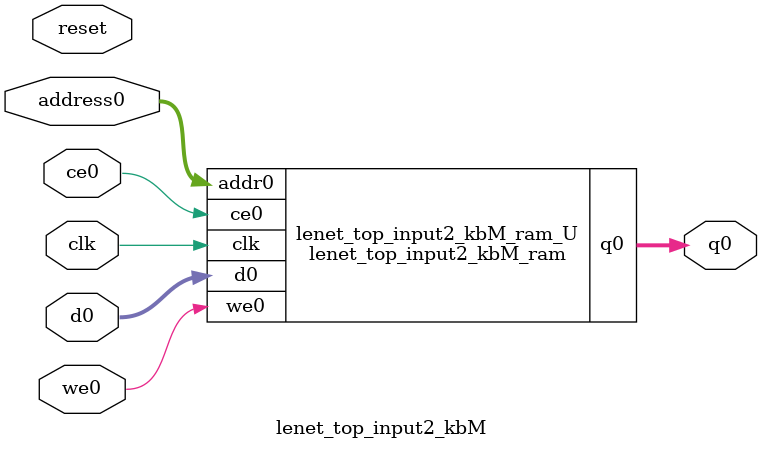
<source format=v>
`timescale 1 ns / 1 ps
module lenet_top_input2_kbM_ram (addr0, ce0, d0, we0, q0,  clk);

parameter DWIDTH = 32;
parameter AWIDTH = 13;
parameter MEM_SIZE = 4704;

input[AWIDTH-1:0] addr0;
input ce0;
input[DWIDTH-1:0] d0;
input we0;
output reg[DWIDTH-1:0] q0;
input clk;

(* ram_style = "block" *)reg [DWIDTH-1:0] ram[0:MEM_SIZE-1];




always @(posedge clk)  
begin 
    if (ce0) 
    begin
        if (we0) 
        begin 
            ram[addr0] <= d0; 
        end 
        q0 <= ram[addr0];
    end
end


endmodule

`timescale 1 ns / 1 ps
module lenet_top_input2_kbM(
    reset,
    clk,
    address0,
    ce0,
    we0,
    d0,
    q0);

parameter DataWidth = 32'd32;
parameter AddressRange = 32'd4704;
parameter AddressWidth = 32'd13;
input reset;
input clk;
input[AddressWidth - 1:0] address0;
input ce0;
input we0;
input[DataWidth - 1:0] d0;
output[DataWidth - 1:0] q0;



lenet_top_input2_kbM_ram lenet_top_input2_kbM_ram_U(
    .clk( clk ),
    .addr0( address0 ),
    .ce0( ce0 ),
    .we0( we0 ),
    .d0( d0 ),
    .q0( q0 ));

endmodule


</source>
